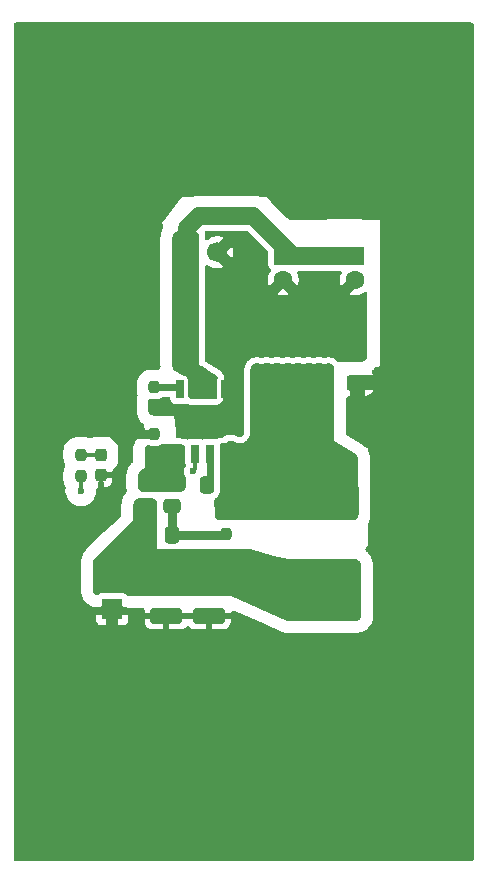
<source format=gtl>
%TF.GenerationSoftware,KiCad,Pcbnew,9.0.6*%
%TF.CreationDate,2025-11-23T20:43:56-05:00*%
%TF.ProjectId,5013-5v,35303133-2d35-4762-9e6b-696361645f70,rev?*%
%TF.SameCoordinates,Original*%
%TF.FileFunction,Copper,L1,Top*%
%TF.FilePolarity,Positive*%
%FSLAX46Y46*%
G04 Gerber Fmt 4.6, Leading zero omitted, Abs format (unit mm)*
G04 Created by KiCad (PCBNEW 9.0.6) date 2025-11-23 20:43:56*
%MOMM*%
%LPD*%
G01*
G04 APERTURE LIST*
G04 Aperture macros list*
%AMRoundRect*
0 Rectangle with rounded corners*
0 $1 Rounding radius*
0 $2 $3 $4 $5 $6 $7 $8 $9 X,Y pos of 4 corners*
0 Add a 4 corners polygon primitive as box body*
4,1,4,$2,$3,$4,$5,$6,$7,$8,$9,$2,$3,0*
0 Add four circle primitives for the rounded corners*
1,1,$1+$1,$2,$3*
1,1,$1+$1,$4,$5*
1,1,$1+$1,$6,$7*
1,1,$1+$1,$8,$9*
0 Add four rect primitives between the rounded corners*
20,1,$1+$1,$2,$3,$4,$5,0*
20,1,$1+$1,$4,$5,$6,$7,0*
20,1,$1+$1,$6,$7,$8,$9,0*
20,1,$1+$1,$8,$9,$2,$3,0*%
G04 Aperture macros list end*
%TA.AperFunction,SMDPad,CuDef*%
%ADD10R,0.650000X1.525000*%
%TD*%
%TA.AperFunction,SMDPad,CuDef*%
%ADD11R,3.400000X2.710000*%
%TD*%
%TA.AperFunction,SMDPad,CuDef*%
%ADD12RoundRect,0.237500X-0.237500X0.250000X-0.237500X-0.250000X0.237500X-0.250000X0.237500X0.250000X0*%
%TD*%
%TA.AperFunction,SMDPad,CuDef*%
%ADD13RoundRect,0.250000X-1.100000X0.412500X-1.100000X-0.412500X1.100000X-0.412500X1.100000X0.412500X0*%
%TD*%
%TA.AperFunction,SMDPad,CuDef*%
%ADD14RoundRect,0.237500X0.237500X-0.287500X0.237500X0.287500X-0.237500X0.287500X-0.237500X-0.287500X0*%
%TD*%
%TA.AperFunction,ComponentPad*%
%ADD15RoundRect,0.250000X-0.550000X0.550000X-0.550000X-0.550000X0.550000X-0.550000X0.550000X0.550000X0*%
%TD*%
%TA.AperFunction,ComponentPad*%
%ADD16C,1.600000*%
%TD*%
%TA.AperFunction,ComponentPad*%
%ADD17R,1.700000X1.700000*%
%TD*%
%TA.AperFunction,ComponentPad*%
%ADD18C,1.700000*%
%TD*%
%TA.AperFunction,SMDPad,CuDef*%
%ADD19R,5.970000X6.100000*%
%TD*%
%TA.AperFunction,SMDPad,CuDef*%
%ADD20R,1.400000X1.900000*%
%TD*%
%TA.AperFunction,SMDPad,CuDef*%
%ADD21RoundRect,0.250000X-0.412500X-1.100000X0.412500X-1.100000X0.412500X1.100000X-0.412500X1.100000X0*%
%TD*%
%TA.AperFunction,SMDPad,CuDef*%
%ADD22RoundRect,0.250000X0.625000X-0.400000X0.625000X0.400000X-0.625000X0.400000X-0.625000X-0.400000X0*%
%TD*%
%TA.AperFunction,SMDPad,CuDef*%
%ADD23RoundRect,0.237500X0.237500X-0.250000X0.237500X0.250000X-0.237500X0.250000X-0.237500X-0.250000X0*%
%TD*%
%TA.AperFunction,SMDPad,CuDef*%
%ADD24RoundRect,0.250000X0.337500X0.475000X-0.337500X0.475000X-0.337500X-0.475000X0.337500X-0.475000X0*%
%TD*%
%TA.AperFunction,SMDPad,CuDef*%
%ADD25R,5.100000X3.650000*%
%TD*%
%TA.AperFunction,SMDPad,CuDef*%
%ADD26RoundRect,0.250000X0.475000X-0.337500X0.475000X0.337500X-0.475000X0.337500X-0.475000X-0.337500X0*%
%TD*%
%TA.AperFunction,ViaPad*%
%ADD27C,0.600000*%
%TD*%
%TA.AperFunction,Conductor*%
%ADD28C,0.750000*%
%TD*%
%TA.AperFunction,Conductor*%
%ADD29C,0.600000*%
%TD*%
%TA.AperFunction,Conductor*%
%ADD30C,1.500000*%
%TD*%
%TA.AperFunction,Conductor*%
%ADD31C,0.325000*%
%TD*%
G04 APERTURE END LIST*
D10*
%TO.P,IC1,1,GND*%
%TO.N,GND1*%
X132424000Y-93375500D03*
%TO.P,IC1,2,VIN*%
%TO.N,/Vin*%
X131154000Y-93375500D03*
%TO.P,IC1,3,EN/UVLO*%
X129884000Y-93375500D03*
%TO.P,IC1,4,RON*%
%TO.N,Net-(IC1-RON)*%
X128614000Y-93375500D03*
%TO.P,IC1,5,FB*%
%TO.N,/fb*%
X128614000Y-98799500D03*
%TO.P,IC1,6,PGOOD*%
%TO.N,Net-(IC1-PGOOD)*%
X129884000Y-98799500D03*
%TO.P,IC1,7,BST*%
%TO.N,Net-(IC1-BST)*%
X131154000Y-98799500D03*
%TO.P,IC1,8,SW*%
%TO.N,/sw*%
X132424000Y-98799500D03*
D11*
%TO.P,IC1,9,EP*%
%TO.N,GND1*%
X130519000Y-96087500D03*
%TD*%
D12*
%TO.P,Ron,1*%
%TO.N,Net-(IC1-RON)*%
X126423000Y-93175000D03*
%TO.P,Ron,2*%
%TO.N,GND1*%
X126423000Y-95000000D03*
%TD*%
D13*
%TO.P,Cout,1*%
%TO.N,/Vout*%
X131065000Y-109405000D03*
%TO.P,Cout,2*%
%TO.N,GND*%
X131065000Y-112530000D03*
%TD*%
D12*
%TO.P,Rr,1*%
%TO.N,/sw*%
X132519000Y-103775000D03*
%TO.P,Rr,2*%
%TO.N,Net-(Cac1-Pad1)*%
X132519000Y-105600000D03*
%TD*%
D14*
%TO.P,pgood,1,K*%
%TO.N,GND*%
X121901800Y-100637500D03*
%TO.P,pgood,2,A*%
%TO.N,Net-(pgood1-A)*%
X121901800Y-98887500D03*
%TD*%
D15*
%TO.P,C9,1*%
%TO.N,/Vin*%
X143441000Y-82110388D03*
D16*
%TO.P,C9,2*%
%TO.N,GND1*%
X143441000Y-84110388D03*
%TD*%
D17*
%TO.P,Vin,1,Pin_1*%
%TO.N,/Vin*%
X129212000Y-81757500D03*
D18*
%TO.P,Vin,2,Pin_2*%
%TO.N,GND1*%
X131752000Y-81757500D03*
%TD*%
D17*
%TO.P,Vout,1,Pin_1*%
%TO.N,GND*%
X122867000Y-111983500D03*
D18*
%TO.P,Vout,2,Pin_2*%
%TO.N,/Vout*%
X122867000Y-109443500D03*
%TD*%
D19*
%TO.P,D1,1,K*%
%TO.N,/sw*%
X138119000Y-94495500D03*
D20*
%TO.P,D1,2,A*%
%TO.N,GND1*%
X140409000Y-88630500D03*
X135829000Y-88630500D03*
%TD*%
D21*
%TO.P,Cin,1*%
%TO.N,/Vin*%
X129432500Y-90139500D03*
%TO.P,Cin,2*%
%TO.N,GND1*%
X132557500Y-90139500D03*
%TD*%
D22*
%TO.P,R6,1*%
%TO.N,GND*%
X143600000Y-92800000D03*
%TO.P,R6,2*%
%TO.N,GND1*%
X143600000Y-89700000D03*
%TD*%
D13*
%TO.P,Cout,1*%
%TO.N,/Vout*%
X127439000Y-109405000D03*
%TO.P,Cout,2*%
%TO.N,GND*%
X127439000Y-112530000D03*
%TD*%
D23*
%TO.P,Rfbb,1*%
%TO.N,/fb*%
X126423000Y-98964000D03*
%TO.P,Rfbb,2*%
%TO.N,GND*%
X126423000Y-97139000D03*
%TD*%
D21*
%TO.P,Cin,1*%
%TO.N,/Vin*%
X129432500Y-86202500D03*
%TO.P,Cin,2*%
%TO.N,GND1*%
X132557500Y-86202500D03*
%TD*%
D24*
%TO.P,Cr,1*%
%TO.N,Net-(Cac1-Pad1)*%
X127947000Y-105671500D03*
%TO.P,Cr,2*%
%TO.N,/Vout*%
X125872000Y-105671500D03*
%TD*%
D23*
%TO.P,Rfbt,1*%
%TO.N,/Vout*%
X125661000Y-103178500D03*
%TO.P,Rfbt,2*%
%TO.N,/fb*%
X125661000Y-101353500D03*
%TD*%
D24*
%TO.P,cbst,1*%
%TO.N,/sw*%
X132946900Y-101467900D03*
%TO.P,cbst,2*%
%TO.N,Net-(IC1-BST)*%
X130871900Y-101467900D03*
%TD*%
D25*
%TO.P,L1,1,1*%
%TO.N,/sw*%
X140494600Y-101037500D03*
%TO.P,L1,2,2*%
%TO.N,/Vout*%
X140494600Y-110737500D03*
%TD*%
D12*
%TO.P,R5,1*%
%TO.N,Net-(pgood1-A)*%
X120200000Y-98887500D03*
%TO.P,R5,2*%
%TO.N,Net-(IC1-PGOOD)*%
X120200000Y-100712500D03*
%TD*%
D26*
%TO.P,cac,1*%
%TO.N,Net-(Cac1-Pad1)*%
X127947000Y-103280000D03*
%TO.P,cac,2*%
%TO.N,/fb*%
X127947000Y-101205000D03*
%TD*%
D15*
%TO.P,C8,1*%
%TO.N,/Vin*%
X137345000Y-82110387D03*
D16*
%TO.P,C8,2*%
%TO.N,GND1*%
X137345000Y-84110387D03*
%TD*%
D27*
%TO.N,GND*%
X126211000Y-85687500D03*
X126211000Y-89687500D03*
X124011000Y-94811500D03*
X133211000Y-76287500D03*
X124011000Y-93287500D03*
X144011000Y-78087500D03*
X126211000Y-79687500D03*
X126211000Y-80687500D03*
X143411000Y-115487500D03*
X126811000Y-115487500D03*
X143838000Y-94200000D03*
X143100000Y-95762000D03*
X139011000Y-78087500D03*
X126211000Y-78687500D03*
X147811000Y-112487500D03*
X124011000Y-95725500D03*
X133811000Y-115487500D03*
X130211000Y-76287500D03*
X140411000Y-115487500D03*
X123811000Y-115487500D03*
X132811000Y-115487500D03*
X147811000Y-107487500D03*
X126211000Y-84687500D03*
X147811000Y-105487500D03*
X132211000Y-76287500D03*
X126211000Y-90687500D03*
X126211000Y-82687500D03*
X131811000Y-115487500D03*
X147811000Y-111487500D03*
X124011000Y-94049500D03*
X126211000Y-77687500D03*
X147811000Y-108487500D03*
X145200000Y-92762000D03*
X128811000Y-115487500D03*
X124011000Y-96487500D03*
X126211000Y-88687500D03*
X142011000Y-78087500D03*
X147811000Y-100487500D03*
X143100000Y-95000000D03*
X141011000Y-78087500D03*
X131211000Y-76287500D03*
X125811000Y-115487500D03*
X129811000Y-115487500D03*
X134211000Y-76287500D03*
X147811000Y-109487500D03*
X147811000Y-102487500D03*
X138411000Y-115487500D03*
X143076000Y-94200000D03*
X147811000Y-110487500D03*
X145200000Y-92000000D03*
X135211000Y-76287500D03*
X129211000Y-76287500D03*
X127811000Y-115487500D03*
X144600000Y-94200000D03*
X121811000Y-115487500D03*
X142411000Y-115487500D03*
X124011000Y-97249500D03*
X122811000Y-115487500D03*
X126211000Y-86687500D03*
X143100000Y-96524000D03*
X137411000Y-115487500D03*
X126211000Y-87687500D03*
X141411000Y-115487500D03*
X139411000Y-115487500D03*
X126211000Y-81687500D03*
X143011000Y-78087500D03*
X147811000Y-106487500D03*
X147811000Y-104487500D03*
X147811000Y-103487500D03*
X147811000Y-101487500D03*
X140011000Y-78087500D03*
X124811000Y-115487500D03*
X130811000Y-115487500D03*
X147811000Y-99487500D03*
X120811000Y-115487500D03*
X138011000Y-78087500D03*
X145200000Y-93524000D03*
X126211000Y-83687500D03*
%TO.N,Net-(IC1-PGOOD)*%
X129725000Y-100299500D03*
X120200000Y-101935500D03*
%TO.N,GND1*%
X131190000Y-89300000D03*
X134050000Y-82530000D03*
X133662000Y-92552500D03*
X129211000Y-96849500D03*
X134200000Y-89740000D03*
X134200000Y-90375000D03*
X141712000Y-86202500D03*
X132200000Y-84043500D03*
X127460000Y-94380000D03*
X139765000Y-83780000D03*
X131190000Y-90100000D03*
X142000000Y-88470000D03*
X136378000Y-86202500D03*
X134200000Y-89105000D03*
X142000000Y-87835000D03*
X134050000Y-80906000D03*
X131190000Y-86176000D03*
X142000000Y-89105000D03*
X129211000Y-95198500D03*
X131376000Y-84043500D03*
X139025000Y-90405500D03*
X134600000Y-86202500D03*
X142000000Y-90375000D03*
X131190000Y-90870000D03*
X140400000Y-83780000D03*
X139934000Y-86202500D03*
X139045000Y-86202500D03*
X143435000Y-88400000D03*
X129211000Y-96087500D03*
X132900000Y-94838500D03*
X134200000Y-87200000D03*
X133662000Y-97124500D03*
X133662000Y-93568500D03*
X131190000Y-85376000D03*
X142000000Y-89740000D03*
X134050000Y-81706000D03*
X132900000Y-96616500D03*
X133662000Y-96235500D03*
X140823000Y-86202500D03*
X135489000Y-86202500D03*
X127460000Y-95050000D03*
X138156000Y-86202500D03*
X139914000Y-90405500D03*
X131811000Y-96849500D03*
X141035000Y-83780000D03*
X140803000Y-90405500D03*
X134200000Y-87835000D03*
X132900000Y-95727500D03*
X136358000Y-90405500D03*
X138136000Y-90405500D03*
X135469000Y-90405500D03*
X137267000Y-86202500D03*
X142800000Y-88400000D03*
X131190000Y-87000000D03*
X133662000Y-95346500D03*
X142000000Y-87200000D03*
X133000000Y-84043500D03*
X131811000Y-95198500D03*
X133662000Y-94457500D03*
X134200000Y-88470000D03*
X144070000Y-88400000D03*
X137247000Y-90405500D03*
X131811000Y-96087500D03*
%TD*%
D28*
%TO.N,Net-(Cac1-Pad1)*%
X132447500Y-105671500D02*
X132519000Y-105600000D01*
X127947000Y-103280000D02*
X127947000Y-105671500D01*
X127947000Y-105671500D02*
X132447500Y-105671500D01*
D29*
%TO.N,Net-(IC1-BST)*%
X131154000Y-98799500D02*
X131154000Y-101185800D01*
X131154000Y-101185800D02*
X130871900Y-101467900D01*
D30*
%TO.N,/Vin*%
X134805000Y-78709500D02*
X130233000Y-78709500D01*
X129212000Y-79730500D02*
X130233000Y-78709500D01*
X136710000Y-80614500D02*
X134805000Y-78709500D01*
X138107000Y-82011500D02*
X138107000Y-82110387D01*
X136710000Y-80614500D02*
X138107000Y-82011500D01*
X143441000Y-82110388D02*
X138107000Y-82110387D01*
X138107000Y-82110387D02*
X137345000Y-82110387D01*
X137345000Y-81249500D02*
X137345000Y-81348387D01*
X137345000Y-81249500D02*
X136710000Y-80614500D01*
X129212000Y-81757500D02*
X129212000Y-79730500D01*
X137345000Y-82110387D02*
X137345000Y-81249500D01*
X137345000Y-81348387D02*
X138107000Y-82110387D01*
D29*
%TO.N,Net-(IC1-RON)*%
X128413500Y-93175000D02*
X128614000Y-93375500D01*
X126423000Y-93175000D02*
X128413500Y-93175000D01*
D28*
%TO.N,GND*%
X126423000Y-97139000D02*
X124662500Y-97139000D01*
X124662500Y-97139000D02*
X124011000Y-96487500D01*
D31*
%TO.N,Net-(IC1-PGOOD)*%
X129884000Y-98799500D02*
X129884000Y-100140500D01*
X129884000Y-100140500D02*
X129725000Y-100299500D01*
X120200000Y-100712500D02*
X120200000Y-101935500D01*
%TO.N,Net-(pgood1-A)*%
X120200000Y-98887500D02*
X121901800Y-98887500D01*
%TD*%
%TA.AperFunction,Conductor*%
%TO.N,/fb*%
G36*
X128623459Y-98014561D02*
G01*
X128728623Y-98028406D01*
X128759891Y-98036784D01*
X128850318Y-98074240D01*
X128878352Y-98090425D01*
X128956002Y-98150009D01*
X128978886Y-98172892D01*
X129032876Y-98243252D01*
X129058070Y-98308418D01*
X129058500Y-98318737D01*
X129058500Y-99609870D01*
X129058501Y-99609876D01*
X129064909Y-99669484D01*
X129085111Y-99723650D01*
X129090095Y-99793341D01*
X129072032Y-99835872D01*
X129015608Y-99920316D01*
X129015602Y-99920327D01*
X128955264Y-100065998D01*
X128955261Y-100066010D01*
X128924500Y-100220653D01*
X128924500Y-100378346D01*
X128955261Y-100532989D01*
X128955264Y-100533001D01*
X129015602Y-100678672D01*
X129015609Y-100678685D01*
X129094502Y-100796755D01*
X129115380Y-100863432D01*
X129115400Y-100865646D01*
X129115400Y-101523041D01*
X129114351Y-101539136D01*
X129100660Y-101643722D01*
X129092376Y-101674824D01*
X129055330Y-101764828D01*
X129039317Y-101792753D01*
X128980353Y-101870187D01*
X128957694Y-101893048D01*
X128880784Y-101952699D01*
X128853007Y-101968956D01*
X128819979Y-101982896D01*
X128763334Y-102006802D01*
X128732305Y-102015362D01*
X128627846Y-102029980D01*
X128611763Y-102031172D01*
X128335234Y-102033629D01*
X128331992Y-102033658D01*
X125564015Y-102058246D01*
X125547730Y-102057318D01*
X125441865Y-102044256D01*
X125410360Y-102036064D01*
X125319176Y-101999004D01*
X125290891Y-101982896D01*
X125251110Y-101952698D01*
X125212496Y-101923385D01*
X125189377Y-101900471D01*
X125129170Y-101822606D01*
X125112814Y-101794469D01*
X125074942Y-101703611D01*
X125066473Y-101672183D01*
X125052473Y-101566441D01*
X125051400Y-101550166D01*
X125051400Y-100697999D01*
X125052747Y-100679775D01*
X125053776Y-100672844D01*
X125070294Y-100561681D01*
X125080888Y-100526815D01*
X125128056Y-100427281D01*
X125148326Y-100397011D01*
X125228629Y-100308630D01*
X125241863Y-100296066D01*
X125426819Y-100144739D01*
X125610200Y-99994700D01*
X125610200Y-98521625D01*
X125611261Y-98505440D01*
X125625106Y-98400276D01*
X125633484Y-98369008D01*
X125670940Y-98278581D01*
X125687123Y-98250550D01*
X125746713Y-98172892D01*
X125769588Y-98150016D01*
X125827937Y-98105243D01*
X125893102Y-98080051D01*
X125942422Y-98085914D01*
X126035247Y-98116674D01*
X126136323Y-98127000D01*
X126709676Y-98126999D01*
X126709684Y-98126998D01*
X126709687Y-98126998D01*
X126765030Y-98121344D01*
X126810753Y-98116674D01*
X126974516Y-98062408D01*
X127023877Y-98031962D01*
X127088974Y-98013500D01*
X128607274Y-98013500D01*
X128623459Y-98014561D01*
G37*
%TD.AperFunction*%
%TD*%
%TA.AperFunction,Conductor*%
%TO.N,/sw*%
G36*
X135210636Y-91164937D02*
G01*
X135235503Y-91175237D01*
X135235510Y-91175238D01*
X135235511Y-91175239D01*
X135390153Y-91205999D01*
X135390156Y-91206000D01*
X135390158Y-91206000D01*
X135547844Y-91206000D01*
X135547845Y-91205999D01*
X135624152Y-91190820D01*
X135702488Y-91175239D01*
X135702488Y-91175238D01*
X135702497Y-91175237D01*
X135727363Y-91164937D01*
X135774811Y-91155500D01*
X136052189Y-91155500D01*
X136099636Y-91164937D01*
X136124503Y-91175237D01*
X136124510Y-91175238D01*
X136124511Y-91175239D01*
X136279153Y-91205999D01*
X136279156Y-91206000D01*
X136279158Y-91206000D01*
X136436844Y-91206000D01*
X136436845Y-91205999D01*
X136513152Y-91190820D01*
X136591488Y-91175239D01*
X136591488Y-91175238D01*
X136591497Y-91175237D01*
X136616363Y-91164937D01*
X136663811Y-91155500D01*
X136941189Y-91155500D01*
X136988636Y-91164937D01*
X137013503Y-91175237D01*
X137013510Y-91175238D01*
X137013511Y-91175239D01*
X137168153Y-91205999D01*
X137168156Y-91206000D01*
X137168158Y-91206000D01*
X137325844Y-91206000D01*
X137325845Y-91205999D01*
X137402152Y-91190820D01*
X137480488Y-91175239D01*
X137480488Y-91175238D01*
X137480497Y-91175237D01*
X137505363Y-91164937D01*
X137552811Y-91155500D01*
X137830189Y-91155500D01*
X137877636Y-91164937D01*
X137902503Y-91175237D01*
X137902510Y-91175238D01*
X137902511Y-91175239D01*
X138057153Y-91205999D01*
X138057156Y-91206000D01*
X138057158Y-91206000D01*
X138214844Y-91206000D01*
X138214845Y-91205999D01*
X138291152Y-91190820D01*
X138369488Y-91175239D01*
X138369488Y-91175238D01*
X138369497Y-91175237D01*
X138394363Y-91164937D01*
X138441811Y-91155500D01*
X138719189Y-91155500D01*
X138766636Y-91164937D01*
X138791503Y-91175237D01*
X138791510Y-91175238D01*
X138791511Y-91175239D01*
X138946153Y-91205999D01*
X138946156Y-91206000D01*
X138946158Y-91206000D01*
X139103844Y-91206000D01*
X139103845Y-91205999D01*
X139180152Y-91190820D01*
X139258488Y-91175239D01*
X139258488Y-91175238D01*
X139258497Y-91175237D01*
X139283363Y-91164937D01*
X139330811Y-91155500D01*
X139608189Y-91155500D01*
X139655636Y-91164937D01*
X139680503Y-91175237D01*
X139680510Y-91175238D01*
X139680511Y-91175239D01*
X139835153Y-91205999D01*
X139835156Y-91206000D01*
X139835158Y-91206000D01*
X139992844Y-91206000D01*
X139992845Y-91205999D01*
X140069152Y-91190820D01*
X140147488Y-91175239D01*
X140147488Y-91175238D01*
X140147497Y-91175237D01*
X140172363Y-91164937D01*
X140219811Y-91155500D01*
X140497189Y-91155500D01*
X140544636Y-91164937D01*
X140569503Y-91175237D01*
X140569510Y-91175238D01*
X140569511Y-91175239D01*
X140724153Y-91205999D01*
X140724156Y-91206000D01*
X140724158Y-91206000D01*
X140881844Y-91206000D01*
X140881845Y-91205999D01*
X140958152Y-91190820D01*
X141036488Y-91175239D01*
X141036488Y-91175238D01*
X141036497Y-91175237D01*
X141061363Y-91164937D01*
X141069537Y-91163311D01*
X141073876Y-91160523D01*
X141108811Y-91155500D01*
X141154874Y-91155500D01*
X141171059Y-91156561D01*
X141276223Y-91170406D01*
X141307491Y-91178784D01*
X141397918Y-91216240D01*
X141425952Y-91232425D01*
X141503602Y-91292009D01*
X141526491Y-91314898D01*
X141586074Y-91392548D01*
X141602259Y-91420581D01*
X141639715Y-91511008D01*
X141648093Y-91542275D01*
X141661939Y-91647439D01*
X141663000Y-91663625D01*
X141663000Y-97759500D01*
X143454392Y-98879119D01*
X143467076Y-98888206D01*
X143546240Y-98952836D01*
X143567722Y-98975435D01*
X143623585Y-99051411D01*
X143638751Y-99078655D01*
X143673893Y-99166160D01*
X143681783Y-99196328D01*
X143695005Y-99297662D01*
X143696046Y-99313248D01*
X143713118Y-103941510D01*
X143712112Y-103957736D01*
X143698592Y-104063190D01*
X143690291Y-104094557D01*
X143652997Y-104185301D01*
X143636843Y-104213439D01*
X143577291Y-104291396D01*
X143554390Y-104314382D01*
X143476649Y-104374224D01*
X143448570Y-104390481D01*
X143357971Y-104428106D01*
X143326637Y-104436523D01*
X143239373Y-104448039D01*
X143221228Y-104450434D01*
X143205007Y-104451500D01*
X132028702Y-104451500D01*
X132012566Y-104450446D01*
X131907710Y-104436684D01*
X131876531Y-104428356D01*
X131786335Y-104391123D01*
X131758361Y-104375032D01*
X131680827Y-104315785D01*
X131657952Y-104293020D01*
X131598332Y-104215771D01*
X131582107Y-104187875D01*
X131544439Y-104097857D01*
X131535962Y-104066720D01*
X131521694Y-103961927D01*
X131520564Y-103945827D01*
X131514593Y-102706237D01*
X131533954Y-102639108D01*
X131573494Y-102600105D01*
X131678056Y-102535612D01*
X131802112Y-102411556D01*
X131894214Y-102262234D01*
X131949399Y-102095697D01*
X131959900Y-101992909D01*
X131959899Y-100942892D01*
X131955142Y-100896322D01*
X131954500Y-100883721D01*
X131954500Y-99741700D01*
X131962318Y-99698366D01*
X131973091Y-99669483D01*
X131979500Y-99609873D01*
X131979499Y-98066998D01*
X131999184Y-97999960D01*
X132051987Y-97954205D01*
X132103499Y-97942999D01*
X132266871Y-97942999D01*
X132266872Y-97942999D01*
X132326483Y-97936591D01*
X132461331Y-97886296D01*
X132576546Y-97800046D01*
X132576548Y-97800042D01*
X132580778Y-97795815D01*
X132642103Y-97762333D01*
X132668455Y-97759500D01*
X133133868Y-97759500D01*
X133200907Y-97779185D01*
X133202694Y-97780355D01*
X133282821Y-97833894D01*
X133282823Y-97833895D01*
X133282827Y-97833897D01*
X133409334Y-97886297D01*
X133428503Y-97894237D01*
X133583153Y-97924999D01*
X133583156Y-97925000D01*
X133583158Y-97925000D01*
X133740844Y-97925000D01*
X133740845Y-97924999D01*
X133895497Y-97894237D01*
X134041179Y-97833894D01*
X134172289Y-97746289D01*
X134283789Y-97634789D01*
X134371394Y-97503679D01*
X134413273Y-97402572D01*
X134440145Y-97362354D01*
X134551000Y-97251500D01*
X134551000Y-91663625D01*
X134552061Y-91647440D01*
X134565906Y-91542276D01*
X134565906Y-91542275D01*
X134574284Y-91511008D01*
X134611740Y-91420581D01*
X134627923Y-91392550D01*
X134687513Y-91314892D01*
X134710392Y-91292013D01*
X134788050Y-91232423D01*
X134816079Y-91216240D01*
X134906509Y-91178783D01*
X134937775Y-91170406D01*
X135042941Y-91156561D01*
X135059126Y-91155500D01*
X135163189Y-91155500D01*
X135210636Y-91164937D01*
G37*
%TD.AperFunction*%
%TD*%
%TA.AperFunction,Conductor*%
%TO.N,/Vout*%
G36*
X126185059Y-102586561D02*
G01*
X126290223Y-102600406D01*
X126321491Y-102608784D01*
X126411918Y-102646240D01*
X126439952Y-102662425D01*
X126517602Y-102722009D01*
X126540491Y-102744898D01*
X126600074Y-102822548D01*
X126616259Y-102850581D01*
X126653715Y-102941008D01*
X126662093Y-102972275D01*
X126675939Y-103077439D01*
X126677000Y-103093625D01*
X126677000Y-106903500D01*
X134358743Y-106903500D01*
X134366321Y-106903732D01*
X134375797Y-106904312D01*
X134415968Y-106906772D01*
X134430993Y-106908618D01*
X134479922Y-106917697D01*
X134487306Y-106919303D01*
X136551380Y-107434565D01*
X137832995Y-107754499D01*
X137832996Y-107754499D01*
X137833000Y-107754500D01*
X137894873Y-107754398D01*
X137894881Y-107754399D01*
X142042088Y-107747597D01*
X143423980Y-107745331D01*
X143440135Y-107746362D01*
X143545182Y-107759997D01*
X143576419Y-107768300D01*
X143666807Y-107805509D01*
X143694838Y-107821605D01*
X143772536Y-107880912D01*
X143795455Y-107903706D01*
X143855183Y-107981076D01*
X143871433Y-108009022D01*
X143909131Y-108099198D01*
X143917606Y-108130395D01*
X143931813Y-108235372D01*
X143932932Y-108251529D01*
X143949057Y-112480260D01*
X143948055Y-112496472D01*
X143934573Y-112601834D01*
X143926291Y-112633173D01*
X143889079Y-112723847D01*
X143872958Y-112751971D01*
X143813518Y-112829900D01*
X143790659Y-112852883D01*
X143713048Y-112912748D01*
X143685013Y-112929021D01*
X143594547Y-112966722D01*
X143563252Y-112975174D01*
X143457965Y-112989227D01*
X143441759Y-112990317D01*
X137839714Y-112999316D01*
X137826648Y-112998647D01*
X137741427Y-112989756D01*
X137715866Y-112984320D01*
X137634406Y-112957768D01*
X137622197Y-112953062D01*
X132900005Y-110840501D01*
X132900000Y-110840500D01*
X132793255Y-110840500D01*
X124184934Y-110840500D01*
X124117895Y-110820815D01*
X124085667Y-110790810D01*
X124074545Y-110775953D01*
X124074544Y-110775952D01*
X123959335Y-110689706D01*
X123959328Y-110689702D01*
X123824482Y-110639408D01*
X123824483Y-110639408D01*
X123764883Y-110633001D01*
X123764881Y-110633000D01*
X123764873Y-110633000D01*
X123764864Y-110633000D01*
X121969129Y-110633000D01*
X121969123Y-110633001D01*
X121909516Y-110639408D01*
X121774671Y-110689702D01*
X121774664Y-110689706D01*
X121652355Y-110781268D01*
X121650712Y-110779073D01*
X121645548Y-110781892D01*
X121630927Y-110795505D01*
X121615511Y-110798286D01*
X121601759Y-110805792D01*
X121581829Y-110804362D01*
X121562168Y-110807910D01*
X121535153Y-110801015D01*
X121532068Y-110800794D01*
X121527970Y-110799182D01*
X121481080Y-110779759D01*
X121453048Y-110763574D01*
X121375398Y-110703991D01*
X121352508Y-110681101D01*
X121292925Y-110603451D01*
X121276740Y-110575418D01*
X121239284Y-110484991D01*
X121230906Y-110453723D01*
X121217061Y-110348559D01*
X121216000Y-110332374D01*
X121216000Y-108013478D01*
X121217112Y-107996907D01*
X121231625Y-107889281D01*
X121240403Y-107857323D01*
X121279622Y-107765113D01*
X121296548Y-107736628D01*
X121364017Y-107651505D01*
X121375170Y-107639225D01*
X122135313Y-106907236D01*
X122139193Y-106903500D01*
X124645000Y-104490500D01*
X124645000Y-103093625D01*
X124646061Y-103077440D01*
X124659906Y-102972276D01*
X124659906Y-102972275D01*
X124668284Y-102941008D01*
X124705740Y-102850581D01*
X124721923Y-102822550D01*
X124781513Y-102744892D01*
X124804392Y-102722013D01*
X124882050Y-102662423D01*
X124910079Y-102646240D01*
X125000509Y-102608783D01*
X125031775Y-102600406D01*
X125136941Y-102586561D01*
X125153126Y-102585500D01*
X126168874Y-102585500D01*
X126185059Y-102586561D01*
G37*
%TD.AperFunction*%
%TD*%
%TA.AperFunction,Conductor*%
%TO.N,/Vin*%
G36*
X129741059Y-79980561D02*
G01*
X129846223Y-79994406D01*
X129877491Y-80002784D01*
X129967918Y-80040240D01*
X129995952Y-80056425D01*
X130073602Y-80116009D01*
X130096491Y-80138898D01*
X130156074Y-80216548D01*
X130172259Y-80244581D01*
X130209715Y-80335008D01*
X130218093Y-80366275D01*
X130231939Y-80471439D01*
X130233000Y-80487625D01*
X130233000Y-83260803D01*
X130232976Y-83263224D01*
X130232667Y-83279045D01*
X130232479Y-83283879D01*
X130231548Y-83299765D01*
X130231383Y-83302173D01*
X130214406Y-83519364D01*
X130204000Y-83652500D01*
X130204000Y-91272500D01*
X130435045Y-91419924D01*
X130435049Y-91419927D01*
X130935785Y-91739433D01*
X131045048Y-91809151D01*
X131757248Y-92263587D01*
X131803174Y-92316242D01*
X131813343Y-92385368D01*
X131801949Y-92422580D01*
X131758426Y-92511608D01*
X131748500Y-92579739D01*
X131748500Y-94058836D01*
X131742867Y-94078018D01*
X131742153Y-94098000D01*
X131733224Y-94110858D01*
X131728815Y-94125875D01*
X131713707Y-94138966D01*
X131702302Y-94155391D01*
X131678358Y-94169595D01*
X131676011Y-94171630D01*
X131671948Y-94173399D01*
X131655486Y-94180217D01*
X131624224Y-94188593D01*
X131530398Y-94200946D01*
X131519058Y-94202439D01*
X131502874Y-94203500D01*
X129725126Y-94203500D01*
X129708941Y-94202439D01*
X129695917Y-94200724D01*
X129603775Y-94188593D01*
X129572508Y-94180215D01*
X129482081Y-94142759D01*
X129454047Y-94126574D01*
X129433566Y-94110858D01*
X129376397Y-94066990D01*
X129353511Y-94044103D01*
X129315124Y-93994076D01*
X129289930Y-93928907D01*
X129289500Y-93918590D01*
X129289500Y-92579739D01*
X129284536Y-92545673D01*
X129279573Y-92511607D01*
X129228198Y-92406517D01*
X129228196Y-92406515D01*
X129228196Y-92406514D01*
X129145485Y-92323803D01*
X129040391Y-92272426D01*
X128972254Y-92262499D01*
X128971097Y-92262415D01*
X128970601Y-92262258D01*
X128967820Y-92261853D01*
X128967886Y-92261398D01*
X128916285Y-92245070D01*
X128196607Y-91813263D01*
X128183478Y-91804188D01*
X128101611Y-91739433D01*
X128079373Y-91716627D01*
X128021541Y-91639596D01*
X128005847Y-91611877D01*
X127969549Y-91522658D01*
X127961434Y-91491855D01*
X127948027Y-91388333D01*
X127947000Y-91372407D01*
X127947000Y-80487625D01*
X127948061Y-80471440D01*
X127961906Y-80366276D01*
X127961906Y-80366275D01*
X127970284Y-80335008D01*
X128007740Y-80244581D01*
X128023923Y-80216550D01*
X128083513Y-80138892D01*
X128106392Y-80116013D01*
X128184050Y-80056423D01*
X128212079Y-80040240D01*
X128302509Y-80002783D01*
X128333775Y-79994406D01*
X128438941Y-79980561D01*
X128455126Y-79979500D01*
X129724874Y-79979500D01*
X129741059Y-79980561D01*
G37*
%TD.AperFunction*%
%TD*%
%TA.AperFunction,Conductor*%
%TO.N,GND*%
G36*
X153345788Y-62319454D02*
G01*
X153426570Y-62373430D01*
X153480546Y-62454212D01*
X153499500Y-62549500D01*
X153499500Y-133050500D01*
X153480546Y-133145788D01*
X153426570Y-133226570D01*
X153345788Y-133280546D01*
X153250500Y-133299500D01*
X114749500Y-133299500D01*
X114654212Y-133280546D01*
X114573430Y-133226570D01*
X114519454Y-133145788D01*
X114500500Y-133050500D01*
X114500500Y-112483501D01*
X121517000Y-112483501D01*
X121517000Y-112881332D01*
X121523401Y-112940871D01*
X121523403Y-112940878D01*
X121573646Y-113075587D01*
X121659810Y-113190687D01*
X121659812Y-113190689D01*
X121774912Y-113276853D01*
X121909621Y-113327096D01*
X121909628Y-113327098D01*
X121969167Y-113333499D01*
X121969175Y-113333500D01*
X122366999Y-113333500D01*
X122367000Y-113333499D01*
X122367000Y-112483501D01*
X123367000Y-112483501D01*
X123367000Y-113333499D01*
X123367001Y-113333500D01*
X123764825Y-113333500D01*
X123764832Y-113333499D01*
X123824371Y-113327098D01*
X123824378Y-113327096D01*
X123959087Y-113276853D01*
X124074187Y-113190689D01*
X124074189Y-113190687D01*
X124160353Y-113075587D01*
X124210596Y-112940878D01*
X124210598Y-112940871D01*
X124216999Y-112881332D01*
X124217000Y-112881325D01*
X124217000Y-112780001D01*
X125589001Y-112780001D01*
X125589001Y-112992484D01*
X125599494Y-113095199D01*
X125599495Y-113095202D01*
X125654640Y-113261619D01*
X125654641Y-113261621D01*
X125746681Y-113410841D01*
X125746684Y-113410845D01*
X125870654Y-113534815D01*
X125870658Y-113534818D01*
X126019878Y-113626858D01*
X126019879Y-113626859D01*
X126186298Y-113682004D01*
X126186305Y-113682005D01*
X126289023Y-113692499D01*
X127188998Y-113692499D01*
X127189000Y-113692498D01*
X127189000Y-112780001D01*
X127689000Y-112780001D01*
X127689000Y-113692498D01*
X127689001Y-113692499D01*
X128588968Y-113692499D01*
X128588984Y-113692498D01*
X128691699Y-113682005D01*
X128691702Y-113682004D01*
X128858119Y-113626859D01*
X128858121Y-113626858D01*
X129007341Y-113534818D01*
X129007345Y-113534815D01*
X129075930Y-113466231D01*
X129156712Y-113412255D01*
X129252000Y-113393301D01*
X129347288Y-113412255D01*
X129428070Y-113466231D01*
X129496654Y-113534815D01*
X129496658Y-113534818D01*
X129645878Y-113626858D01*
X129645879Y-113626859D01*
X129812298Y-113682004D01*
X129812305Y-113682005D01*
X129915023Y-113692499D01*
X130814998Y-113692499D01*
X130815000Y-113692498D01*
X130815000Y-112780001D01*
X131315000Y-112780001D01*
X131315000Y-113692498D01*
X131315001Y-113692499D01*
X132214968Y-113692499D01*
X132214984Y-113692498D01*
X132317699Y-113682005D01*
X132317702Y-113682004D01*
X132484119Y-113626859D01*
X132484121Y-113626858D01*
X132633341Y-113534818D01*
X132633345Y-113534815D01*
X132757315Y-113410845D01*
X132757318Y-113410841D01*
X132849358Y-113261621D01*
X132849359Y-113261620D01*
X132904504Y-113095201D01*
X132904505Y-113095194D01*
X132914999Y-112992481D01*
X132915000Y-112992471D01*
X132915000Y-112780001D01*
X132914999Y-112780000D01*
X131315001Y-112780000D01*
X131315000Y-112780001D01*
X130815000Y-112780001D01*
X130814999Y-112780000D01*
X127689001Y-112780000D01*
X127689000Y-112780001D01*
X127189000Y-112780001D01*
X127188999Y-112780000D01*
X125589002Y-112780000D01*
X125589001Y-112780001D01*
X124217000Y-112780001D01*
X124217000Y-112483501D01*
X124216999Y-112483500D01*
X123367001Y-112483500D01*
X123367000Y-112483501D01*
X122367000Y-112483501D01*
X122366999Y-112483500D01*
X121517001Y-112483500D01*
X121517000Y-112483501D01*
X114500500Y-112483501D01*
X114500500Y-108013466D01*
X120210500Y-108013466D01*
X120210500Y-110332359D01*
X120212654Y-110398149D01*
X120213716Y-110414351D01*
X120220160Y-110479785D01*
X120232716Y-110575154D01*
X120234008Y-110584966D01*
X120259666Y-110713959D01*
X120268044Y-110745227D01*
X120310323Y-110869778D01*
X120343394Y-110949619D01*
X120347783Y-110960215D01*
X120347786Y-110960221D01*
X120405950Y-111078165D01*
X120422140Y-111106208D01*
X120495198Y-111215546D01*
X120495205Y-111215555D01*
X120495209Y-111215561D01*
X120554792Y-111293211D01*
X120641512Y-111392097D01*
X120664402Y-111414987D01*
X120664410Y-111414994D01*
X120763289Y-111501708D01*
X120783968Y-111517575D01*
X120840938Y-111561290D01*
X120950281Y-111634353D01*
X120950290Y-111634358D01*
X120950296Y-111634362D01*
X120957463Y-111638500D01*
X120978313Y-111650538D01*
X121096283Y-111708716D01*
X121143173Y-111728139D01*
X121159897Y-111734892D01*
X121163995Y-111736504D01*
X121259804Y-111768731D01*
X121259810Y-111768732D01*
X121266145Y-111770341D01*
X121272321Y-111771666D01*
X121286492Y-111775282D01*
X121286492Y-111775283D01*
X121313507Y-111782178D01*
X121313529Y-111782183D01*
X121313559Y-111782191D01*
X121325258Y-111785033D01*
X121336042Y-111787653D01*
X121446021Y-111801527D01*
X121457683Y-111803281D01*
X121458907Y-111803494D01*
X121460221Y-111803724D01*
X121460968Y-111803777D01*
X121474338Y-111805099D01*
X121482504Y-111806129D01*
X121537891Y-111813117D01*
X121597776Y-111808484D01*
X121614149Y-111807759D01*
X121696392Y-111806829D01*
X121793961Y-111787497D01*
X121794019Y-111787814D01*
X121809435Y-111785033D01*
X121818099Y-111782715D01*
X121895962Y-111767288D01*
X121915500Y-111759066D01*
X121947714Y-111748037D01*
X121970364Y-111741979D01*
X122067045Y-111695789D01*
X122080572Y-111691026D01*
X122094339Y-111682749D01*
X122136055Y-111662819D01*
X122230205Y-111638849D01*
X122243385Y-111638500D01*
X122504894Y-111638500D01*
X122466901Y-111676493D01*
X122401075Y-111790507D01*
X122367000Y-111917674D01*
X122367000Y-112049326D01*
X122401075Y-112176493D01*
X122466901Y-112290507D01*
X122559993Y-112383599D01*
X122674007Y-112449425D01*
X122801174Y-112483500D01*
X122932826Y-112483500D01*
X123059993Y-112449425D01*
X123174007Y-112383599D01*
X123267099Y-112290507D01*
X123332925Y-112176493D01*
X123367000Y-112049326D01*
X123367000Y-111917674D01*
X123332925Y-111790507D01*
X123267099Y-111676493D01*
X123229106Y-111638500D01*
X123465495Y-111638500D01*
X123560783Y-111657454D01*
X123603951Y-111680544D01*
X123646198Y-111708808D01*
X123834605Y-111785583D01*
X123901644Y-111805268D01*
X123982152Y-111825323D01*
X123982532Y-111825418D01*
X124184914Y-111845998D01*
X124184934Y-111846000D01*
X125340000Y-111846000D01*
X125435288Y-111864954D01*
X125516070Y-111918930D01*
X125570046Y-111999712D01*
X125589000Y-112095000D01*
X125589000Y-112279999D01*
X125589001Y-112280000D01*
X132914998Y-112280000D01*
X132928139Y-112266858D01*
X132933953Y-112237631D01*
X132987929Y-112156849D01*
X133068711Y-112102873D01*
X133163999Y-112083919D01*
X133259287Y-112102873D01*
X133265662Y-112105618D01*
X135828185Y-113252011D01*
X137211596Y-113870906D01*
X137260556Y-113891276D01*
X137260559Y-113891277D01*
X137272768Y-113895983D01*
X137322797Y-113913765D01*
X137404257Y-113940317D01*
X137506706Y-113967825D01*
X137532267Y-113973261D01*
X137637091Y-113989828D01*
X137722312Y-113998719D01*
X137722327Y-113998720D01*
X137722335Y-113998721D01*
X137737393Y-113999891D01*
X137775232Y-114002832D01*
X137788298Y-114003501D01*
X137841329Y-114004815D01*
X143443374Y-113995816D01*
X143509236Y-113993550D01*
X143525442Y-113992460D01*
X143590993Y-113985888D01*
X143696280Y-113971835D01*
X143825419Y-113945895D01*
X143856714Y-113937443D01*
X143981338Y-113894851D01*
X144071804Y-113857150D01*
X144189785Y-113798639D01*
X144217820Y-113782366D01*
X144327170Y-113708917D01*
X144404781Y-113649052D01*
X144503575Y-113561953D01*
X144526434Y-113538970D01*
X144613000Y-113439702D01*
X144672440Y-113361773D01*
X144745306Y-113252011D01*
X144761427Y-113223887D01*
X144819291Y-113105600D01*
X144856503Y-113014926D01*
X144898418Y-112890078D01*
X144906700Y-112858739D01*
X144931941Y-112729456D01*
X144945423Y-112624094D01*
X144951640Y-112558500D01*
X144952642Y-112542288D01*
X144954550Y-112476426D01*
X144953639Y-112237631D01*
X144938425Y-108247693D01*
X144936029Y-108182063D01*
X144934909Y-108165886D01*
X144928233Y-108100548D01*
X144928230Y-108100523D01*
X144914023Y-107995546D01*
X144887938Y-107866794D01*
X144879463Y-107835597D01*
X144836829Y-107711375D01*
X144799131Y-107621199D01*
X144784121Y-107591003D01*
X144740676Y-107503606D01*
X144740657Y-107503571D01*
X144724414Y-107475636D01*
X144724405Y-107475623D01*
X144651112Y-107366645D01*
X144651104Y-107366633D01*
X144591383Y-107289272D01*
X144504510Y-107190776D01*
X144504504Y-107190769D01*
X144481585Y-107167975D01*
X144417482Y-107112056D01*
X144382637Y-107081659D01*
X144382627Y-107081651D01*
X144382619Y-107081644D01*
X144382615Y-107081641D01*
X144382613Y-107081638D01*
X144379553Y-107078969D01*
X144379993Y-107078463D01*
X144320782Y-107006707D01*
X144292330Y-106913811D01*
X144301594Y-106817099D01*
X144347163Y-106731293D01*
X144422099Y-106669458D01*
X144477650Y-106652443D01*
X144489999Y-106640000D01*
X144490000Y-106640000D01*
X144485607Y-104821551D01*
X144504330Y-104726221D01*
X144518666Y-104696974D01*
X144525011Y-104685923D01*
X144583017Y-104567521D01*
X144620311Y-104476777D01*
X144662329Y-104351798D01*
X144670630Y-104320431D01*
X144695929Y-104191056D01*
X144709449Y-104085602D01*
X144715685Y-104019957D01*
X144715686Y-104019944D01*
X144716690Y-104003756D01*
X144716691Y-104003731D01*
X144718611Y-103937801D01*
X144701539Y-99309539D01*
X144699311Y-99246239D01*
X144698800Y-99238595D01*
X144698271Y-99230669D01*
X144698270Y-99230653D01*
X144692054Y-99167568D01*
X144678832Y-99066234D01*
X144654564Y-98941911D01*
X144646674Y-98911743D01*
X144626958Y-98852018D01*
X144606964Y-98791447D01*
X144606957Y-98791428D01*
X144571829Y-98703957D01*
X144571825Y-98703948D01*
X144517306Y-98589606D01*
X144517299Y-98589591D01*
X144502133Y-98562347D01*
X144470368Y-98512896D01*
X144470000Y-98360000D01*
X144288676Y-98274448D01*
X144275018Y-98260079D01*
X144182132Y-98173945D01*
X144102968Y-98109315D01*
X144052663Y-98070821D01*
X144052641Y-98070805D01*
X144039998Y-98061747D01*
X144039979Y-98061734D01*
X143987306Y-98026456D01*
X143923484Y-97986567D01*
X142785530Y-97275344D01*
X142714772Y-97208769D01*
X142674877Y-97120183D01*
X142668500Y-97064193D01*
X142668500Y-94198939D01*
X142687454Y-94103651D01*
X142741430Y-94022869D01*
X142822212Y-93968893D01*
X142917500Y-93949939D01*
X142919878Y-93949999D01*
X142950000Y-93949998D01*
X142950000Y-93450001D01*
X144250000Y-93450001D01*
X144250000Y-93949998D01*
X144250001Y-93949999D01*
X144274968Y-93949999D01*
X144274984Y-93949998D01*
X144377699Y-93939505D01*
X144377702Y-93939504D01*
X144544119Y-93884359D01*
X144544121Y-93884358D01*
X144693341Y-93792318D01*
X144693345Y-93792315D01*
X144817319Y-93668341D01*
X144909356Y-93519125D01*
X144932263Y-93450000D01*
X144250001Y-93450000D01*
X144250000Y-93450001D01*
X142950000Y-93450001D01*
X142950000Y-93049000D01*
X142968954Y-92953712D01*
X143022930Y-92872930D01*
X143103712Y-92818954D01*
X143199000Y-92800000D01*
X143599999Y-92800000D01*
X143600000Y-92799999D01*
X143600000Y-92399000D01*
X143618954Y-92303712D01*
X143672930Y-92222930D01*
X143753712Y-92168954D01*
X143849000Y-92150000D01*
X144932262Y-92150000D01*
X144909356Y-92080874D01*
X144863401Y-92006369D01*
X144855960Y-91986379D01*
X144844295Y-91968518D01*
X144839174Y-91941283D01*
X144829509Y-91915317D01*
X144830284Y-91893999D01*
X144826343Y-91873036D01*
X144832033Y-91845917D01*
X144833041Y-91818226D01*
X144841915Y-91798828D01*
X144846296Y-91777952D01*
X144860321Y-91758595D01*
X144873459Y-91729878D01*
X144901118Y-91697741D01*
X144907915Y-91691084D01*
X144909711Y-91689707D01*
X145008597Y-91602987D01*
X145031487Y-91580097D01*
X145093667Y-91509192D01*
X145100422Y-91502579D01*
X145133328Y-91481087D01*
X145164501Y-91457168D01*
X145173747Y-91454690D01*
X145181765Y-91449454D01*
X145220388Y-91442192D01*
X145258346Y-91432021D01*
X145263982Y-91431716D01*
X145540000Y-91420000D01*
X145500000Y-79020000D01*
X144353111Y-79025965D01*
X144304860Y-79021500D01*
X144264192Y-79013690D01*
X144191408Y-78999713D01*
X144085635Y-78986533D01*
X144019825Y-78980521D01*
X144003552Y-78979573D01*
X143937468Y-78977899D01*
X138181668Y-79021434D01*
X138149692Y-79022185D01*
X138144229Y-79022401D01*
X138141751Y-79022499D01*
X138075938Y-79028894D01*
X138075282Y-79028829D01*
X138074648Y-79029017D01*
X138026989Y-79024009D01*
X137979267Y-79019246D01*
X137978228Y-79018926D01*
X137873892Y-78986533D01*
X137869496Y-78985168D01*
X137822819Y-78965261D01*
X137689116Y-78891315D01*
X137647442Y-78862357D01*
X137521795Y-78754501D01*
X137503401Y-78737005D01*
X136314316Y-77484333D01*
X136314313Y-77484330D01*
X136314311Y-77484326D01*
X135940001Y-77090000D01*
X135939997Y-77089999D01*
X135519049Y-77090020D01*
X135423760Y-77071071D01*
X135423750Y-77071067D01*
X135368885Y-77048341D01*
X135240912Y-77014051D01*
X135147239Y-76988952D01*
X135147236Y-76988951D01*
X135147234Y-76988951D01*
X135120773Y-76985466D01*
X135120773Y-76985467D01*
X134919734Y-76959000D01*
X130118266Y-76959000D01*
X129917228Y-76985467D01*
X129917226Y-76985467D01*
X129890770Y-76988950D01*
X129890757Y-76988953D01*
X129669112Y-77048342D01*
X129613512Y-77071372D01*
X129518240Y-77090325D01*
X128739661Y-77090365D01*
X128432483Y-77493572D01*
X128432448Y-77493620D01*
X127377046Y-78878969D01*
X127110000Y-79229498D01*
X127110000Y-79229500D01*
X127112736Y-79571472D01*
X127112736Y-79571473D01*
X127113990Y-79728325D01*
X127095798Y-79823762D01*
X127088324Y-79840436D01*
X127078788Y-79859773D01*
X127078776Y-79859801D01*
X127041326Y-79950211D01*
X127041319Y-79950231D01*
X126999043Y-80074774D01*
X126999042Y-80074776D01*
X126990666Y-80106036D01*
X126965007Y-80235038D01*
X126951161Y-80340210D01*
X126944716Y-80405648D01*
X126943654Y-80421847D01*
X126941500Y-80487639D01*
X126941500Y-91372408D01*
X126943354Y-91429986D01*
X126927477Y-91525835D01*
X126876128Y-91608312D01*
X126797125Y-91664860D01*
X126702497Y-91686871D01*
X126694483Y-91687000D01*
X126121904Y-91687000D01*
X125991057Y-91697298D01*
X125991054Y-91697298D01*
X125774958Y-91751750D01*
X125572067Y-91843907D01*
X125572065Y-91843909D01*
X125388890Y-91970814D01*
X125231314Y-92128390D01*
X125104409Y-92311565D01*
X125104407Y-92311567D01*
X125012250Y-92514458D01*
X124957798Y-92730554D01*
X124957798Y-92730557D01*
X124947500Y-92861404D01*
X124947500Y-93488595D01*
X124957798Y-93619442D01*
X124957799Y-93619449D01*
X124992410Y-93756808D01*
X124997313Y-93853839D01*
X124981551Y-93911602D01*
X124974918Y-93927880D01*
X124974910Y-93927904D01*
X124955236Y-93994904D01*
X124935081Y-94075811D01*
X124914501Y-94278193D01*
X124914500Y-94278218D01*
X124914500Y-95073042D01*
X124917422Y-95149656D01*
X124918860Y-95168478D01*
X124927600Y-95244567D01*
X124946336Y-95366506D01*
X124950141Y-95382850D01*
X124955855Y-95419757D01*
X124957797Y-95444439D01*
X124957799Y-95444448D01*
X125012250Y-95660541D01*
X125104407Y-95863432D01*
X125104408Y-95863433D01*
X125231315Y-96046611D01*
X125388889Y-96204185D01*
X125388892Y-96204187D01*
X125388893Y-96204188D01*
X125441784Y-96240831D01*
X125509317Y-96310676D01*
X125539496Y-96377437D01*
X125672361Y-96844928D01*
X125675131Y-96879237D01*
X125681847Y-96913000D01*
X125679009Y-96927266D01*
X125680180Y-96941768D01*
X125669607Y-96974530D01*
X125662893Y-97008288D01*
X125654811Y-97020382D01*
X125650344Y-97034228D01*
X125628041Y-97060447D01*
X125608917Y-97089070D01*
X125596819Y-97097152D01*
X125587396Y-97108232D01*
X125556759Y-97123919D01*
X125528135Y-97143046D01*
X125522632Y-97145249D01*
X125465381Y-97167381D01*
X125388933Y-97200640D01*
X125215823Y-97307529D01*
X125157475Y-97352301D01*
X125091915Y-97409798D01*
X125058577Y-97439036D01*
X125035702Y-97461912D01*
X125035691Y-97461923D01*
X124949006Y-97560768D01*
X124889419Y-97638422D01*
X124889398Y-97638451D01*
X124816330Y-97747806D01*
X124816328Y-97747809D01*
X124800142Y-97775845D01*
X124741982Y-97893786D01*
X124741979Y-97893794D01*
X124704523Y-97984221D01*
X124703727Y-97986567D01*
X124662244Y-98108770D01*
X124653865Y-98140043D01*
X124628209Y-98269025D01*
X124614360Y-98374213D01*
X124607916Y-98439647D01*
X124606854Y-98455849D01*
X124604700Y-98521639D01*
X124604700Y-99407986D01*
X124585746Y-99503274D01*
X124533688Y-99582117D01*
X124488513Y-99628290D01*
X124484438Y-99632457D01*
X124404135Y-99720838D01*
X124404128Y-99720847D01*
X124312852Y-99837534D01*
X124312848Y-99837539D01*
X124292580Y-99867807D01*
X124219419Y-99996687D01*
X124172253Y-100096218D01*
X124118816Y-100234496D01*
X124108223Y-100269362D01*
X124075715Y-100413885D01*
X124075712Y-100413898D01*
X124059256Y-100524644D01*
X124059241Y-100524751D01*
X124058148Y-100532108D01*
X124049982Y-100605652D01*
X124048635Y-100623872D01*
X124045900Y-100698009D01*
X124045900Y-101550168D01*
X124048077Y-101616302D01*
X124049151Y-101632597D01*
X124055671Y-101698410D01*
X124069673Y-101804163D01*
X124069676Y-101804185D01*
X124083130Y-101871442D01*
X124083234Y-101968597D01*
X124046151Y-102058396D01*
X124026175Y-102084458D01*
X123983799Y-102132778D01*
X123924219Y-102210422D01*
X123924198Y-102210451D01*
X123851130Y-102319806D01*
X123851128Y-102319809D01*
X123834942Y-102347845D01*
X123776781Y-102465787D01*
X123776776Y-102465800D01*
X123739327Y-102556211D01*
X123739319Y-102556231D01*
X123697043Y-102680774D01*
X123697042Y-102680776D01*
X123688666Y-102712036D01*
X123663007Y-102841038D01*
X123649161Y-102946210D01*
X123642716Y-103011648D01*
X123641654Y-103027847D01*
X123639500Y-103093639D01*
X123639500Y-103956948D01*
X123620546Y-104052236D01*
X123566570Y-104133018D01*
X123563217Y-104136308D01*
X122191730Y-105457000D01*
X120677713Y-106914943D01*
X120677702Y-106914953D01*
X120677694Y-106914962D01*
X120630854Y-106963189D01*
X120619681Y-106975491D01*
X120576019Y-107026932D01*
X120508554Y-107112050D01*
X120508553Y-107112050D01*
X120432150Y-107222970D01*
X120432137Y-107222990D01*
X120415216Y-107251466D01*
X120415203Y-107251489D01*
X120354340Y-107371561D01*
X120315114Y-107463788D01*
X120315107Y-107463804D01*
X120270813Y-107590998D01*
X120270813Y-107591000D01*
X120262034Y-107622964D01*
X120235145Y-107754903D01*
X120235144Y-107754906D01*
X120220630Y-107862540D01*
X120213866Y-107929594D01*
X120212754Y-107946163D01*
X120210500Y-108013466D01*
X114500500Y-108013466D01*
X114500500Y-98573904D01*
X118724500Y-98573904D01*
X118724500Y-99201095D01*
X118734798Y-99331942D01*
X118734798Y-99331945D01*
X118789250Y-99548043D01*
X118856921Y-99697025D01*
X118879071Y-99791621D01*
X118863334Y-99887493D01*
X118856921Y-99902975D01*
X118789250Y-100051956D01*
X118734798Y-100268054D01*
X118734798Y-100268057D01*
X118724500Y-100398904D01*
X118724500Y-101026095D01*
X118734798Y-101156942D01*
X118734798Y-101156945D01*
X118789250Y-101373041D01*
X118881410Y-101575937D01*
X118884404Y-101581214D01*
X118886010Y-101586064D01*
X118886033Y-101586115D01*
X118886027Y-101586117D01*
X118914943Y-101673445D01*
X118913771Y-101743044D01*
X118899500Y-101833147D01*
X118899500Y-102037861D01*
X118931522Y-102240031D01*
X118994778Y-102434714D01*
X118994782Y-102434724D01*
X119087711Y-102617107D01*
X119087713Y-102617110D01*
X119208034Y-102782719D01*
X119352781Y-102927466D01*
X119518390Y-103047787D01*
X119700781Y-103140720D01*
X119895466Y-103203977D01*
X119966575Y-103215239D01*
X120097638Y-103235999D01*
X120097645Y-103235999D01*
X120097648Y-103236000D01*
X120097651Y-103236000D01*
X120302349Y-103236000D01*
X120302352Y-103236000D01*
X120302355Y-103235999D01*
X120302361Y-103235999D01*
X120397870Y-103220871D01*
X120504534Y-103203977D01*
X120699219Y-103140720D01*
X120881610Y-103047787D01*
X121047219Y-102927466D01*
X121191966Y-102782719D01*
X121312287Y-102617110D01*
X121405220Y-102434719D01*
X121468477Y-102240034D01*
X121500500Y-102037852D01*
X121500500Y-101911496D01*
X121519454Y-101816208D01*
X121573430Y-101735426D01*
X121589838Y-101724462D01*
X121651800Y-101662499D01*
X121651800Y-101241019D01*
X121659348Y-101180176D01*
X121661350Y-101172231D01*
X121703015Y-101084466D01*
X121775096Y-101019325D01*
X121866618Y-100986726D01*
X121963649Y-100991632D01*
X122051417Y-101033298D01*
X122116558Y-101105379D01*
X122149157Y-101196901D01*
X122151800Y-101233083D01*
X122151800Y-101662498D01*
X122151801Y-101662499D01*
X122188436Y-101662499D01*
X122188452Y-101662498D01*
X122289451Y-101652180D01*
X122453102Y-101597953D01*
X122599835Y-101507446D01*
X122721746Y-101385535D01*
X122812254Y-101238799D01*
X122812255Y-101238797D01*
X122866480Y-101075157D01*
X122876799Y-100974149D01*
X122876800Y-100974139D01*
X122876800Y-100887501D01*
X122876799Y-100887500D01*
X122417027Y-100887500D01*
X122399092Y-100883932D01*
X122380831Y-100884855D01*
X122351880Y-100874541D01*
X122321739Y-100868546D01*
X122306535Y-100858387D01*
X122289310Y-100852251D01*
X122266511Y-100831644D01*
X122240957Y-100814570D01*
X122230797Y-100799365D01*
X122217233Y-100787105D01*
X122204055Y-100759341D01*
X122186981Y-100733788D01*
X122183413Y-100715853D01*
X122175573Y-100699335D01*
X122174022Y-100668642D01*
X122168027Y-100638500D01*
X122171594Y-100620565D01*
X122170672Y-100602304D01*
X122180985Y-100573353D01*
X122186981Y-100543212D01*
X122197139Y-100528008D01*
X122203276Y-100510783D01*
X122223882Y-100487984D01*
X122240957Y-100462430D01*
X122256161Y-100452270D01*
X122268422Y-100438706D01*
X122296185Y-100425528D01*
X122321739Y-100408454D01*
X122356192Y-100397046D01*
X122364130Y-100395046D01*
X122424965Y-100387500D01*
X122876798Y-100387500D01*
X122876799Y-100387499D01*
X122876799Y-100294516D01*
X122878406Y-100294516D01*
X122891033Y-100208179D01*
X122940811Y-100124744D01*
X122949560Y-100115535D01*
X123093485Y-99971611D01*
X123220392Y-99788433D01*
X123312551Y-99585538D01*
X123367001Y-99369449D01*
X123377300Y-99238584D01*
X123377300Y-98536416D01*
X123367001Y-98405551D01*
X123312551Y-98189462D01*
X123220392Y-97986567D01*
X123093485Y-97803389D01*
X122935911Y-97645815D01*
X122752733Y-97518908D01*
X122752732Y-97518907D01*
X122549841Y-97426750D01*
X122549839Y-97426749D01*
X122549838Y-97426749D01*
X122333749Y-97372299D01*
X122333747Y-97372298D01*
X122333744Y-97372298D01*
X122202895Y-97362000D01*
X122202884Y-97362000D01*
X121600716Y-97362000D01*
X121600704Y-97362000D01*
X121469857Y-97372298D01*
X121469854Y-97372298D01*
X121253756Y-97426750D01*
X121112595Y-97490869D01*
X121017999Y-97513019D01*
X120922127Y-97497282D01*
X120906644Y-97490869D01*
X120848043Y-97464251D01*
X120848041Y-97464250D01*
X120848038Y-97464249D01*
X120631949Y-97409799D01*
X120631944Y-97409798D01*
X120631942Y-97409798D01*
X120501095Y-97399500D01*
X120501084Y-97399500D01*
X119898916Y-97399500D01*
X119898904Y-97399500D01*
X119768057Y-97409798D01*
X119768054Y-97409798D01*
X119551958Y-97464250D01*
X119349067Y-97556407D01*
X119349065Y-97556409D01*
X119165890Y-97683314D01*
X119008314Y-97840890D01*
X118881409Y-98024065D01*
X118881407Y-98024067D01*
X118789250Y-98226958D01*
X118734798Y-98443054D01*
X118734798Y-98443057D01*
X118724500Y-98573904D01*
X114500500Y-98573904D01*
X114500500Y-62549500D01*
X114519454Y-62454212D01*
X114573430Y-62373430D01*
X114654212Y-62319454D01*
X114749500Y-62300500D01*
X153250500Y-62300500D01*
X153345788Y-62319454D01*
G37*
%TD.AperFunction*%
%TD*%
%TA.AperFunction,Conductor*%
%TO.N,GND1*%
G36*
X134302703Y-79979685D02*
G01*
X134323345Y-79996319D01*
X136008181Y-81681155D01*
X136041666Y-81742478D01*
X136044500Y-81768836D01*
X136044500Y-82710388D01*
X136044501Y-82710406D01*
X136055000Y-82813183D01*
X136055001Y-82813186D01*
X136110185Y-82979718D01*
X136110187Y-82979723D01*
X136145069Y-83036275D01*
X136189000Y-83107500D01*
X136202289Y-83129044D01*
X136271510Y-83198265D01*
X136304995Y-83259588D01*
X136300011Y-83329280D01*
X136284148Y-83358831D01*
X136233139Y-83429038D01*
X136140244Y-83611355D01*
X136077009Y-83805969D01*
X136045000Y-84008069D01*
X136045000Y-84212704D01*
X136077010Y-84414805D01*
X136077010Y-84414808D01*
X136139904Y-84608374D01*
X136903765Y-83844514D01*
X136965088Y-83811029D01*
X137034780Y-83816013D01*
X137058465Y-83831235D01*
X137024920Y-83864781D01*
X136972259Y-83955993D01*
X136945000Y-84057726D01*
X136945000Y-84163048D01*
X136972259Y-84264781D01*
X137024920Y-84355993D01*
X137099394Y-84430467D01*
X137190606Y-84483128D01*
X137292339Y-84510387D01*
X137397661Y-84510387D01*
X137499394Y-84483128D01*
X137590606Y-84430467D01*
X137665080Y-84355993D01*
X137717741Y-84264781D01*
X137745000Y-84163048D01*
X137745000Y-84057726D01*
X137717741Y-83955993D01*
X137665080Y-83864781D01*
X137632825Y-83832526D01*
X137672195Y-83811029D01*
X137741886Y-83816013D01*
X137786234Y-83844514D01*
X138550093Y-84608373D01*
X138612990Y-84414798D01*
X138645000Y-84212704D01*
X138645000Y-84008069D01*
X138612990Y-83805969D01*
X138549754Y-83611352D01*
X138514000Y-83541181D01*
X138501104Y-83472512D01*
X138527381Y-83407772D01*
X138584487Y-83367515D01*
X138624485Y-83360887D01*
X142161516Y-83360887D01*
X142228555Y-83380572D01*
X142274310Y-83433376D01*
X142284254Y-83502534D01*
X142272001Y-83541182D01*
X142236244Y-83611356D01*
X142173009Y-83805970D01*
X142141000Y-84008070D01*
X142141000Y-84212705D01*
X142173010Y-84414806D01*
X142173010Y-84414809D01*
X142235904Y-84608375D01*
X142999765Y-83844515D01*
X143061088Y-83811030D01*
X143130780Y-83816014D01*
X143154465Y-83831236D01*
X143120920Y-83864782D01*
X143068259Y-83955994D01*
X143041000Y-84057727D01*
X143041000Y-84163049D01*
X143068259Y-84264782D01*
X143120920Y-84355994D01*
X143195394Y-84430468D01*
X143286606Y-84483129D01*
X143388339Y-84510388D01*
X143493661Y-84510388D01*
X143595394Y-84483129D01*
X143686606Y-84430468D01*
X143718859Y-84398214D01*
X143740356Y-84437582D01*
X143735372Y-84507274D01*
X143706871Y-84551621D01*
X142943011Y-85315481D01*
X143136588Y-85378378D01*
X143338683Y-85410388D01*
X143543317Y-85410388D01*
X143745417Y-85378378D01*
X143940031Y-85315143D01*
X144122349Y-85222247D01*
X144260114Y-85122155D01*
X144325921Y-85098675D01*
X144393974Y-85114500D01*
X144442669Y-85164606D01*
X144457000Y-85222473D01*
X144457000Y-90520374D01*
X144455939Y-90536560D01*
X144442093Y-90641724D01*
X144433715Y-90672991D01*
X144396259Y-90763418D01*
X144380074Y-90791451D01*
X144320491Y-90869101D01*
X144297601Y-90891991D01*
X144219951Y-90951574D01*
X144191918Y-90967759D01*
X144101491Y-91005215D01*
X144070224Y-91013593D01*
X143976398Y-91025946D01*
X143965058Y-91027439D01*
X143948874Y-91028500D01*
X142002421Y-91028500D01*
X141935382Y-91008815D01*
X141909193Y-90986259D01*
X141883928Y-90957450D01*
X141861048Y-90934570D01*
X141811336Y-90890973D01*
X141733695Y-90831396D01*
X141733690Y-90831393D01*
X141733684Y-90831388D01*
X141678697Y-90794646D01*
X141678693Y-90794643D01*
X141678680Y-90794635D01*
X141650673Y-90778467D01*
X141650663Y-90778461D01*
X141650650Y-90778454D01*
X141650636Y-90778447D01*
X141591365Y-90749219D01*
X141591357Y-90749215D01*
X141500945Y-90711766D01*
X141500934Y-90711762D01*
X141438323Y-90690508D01*
X141407054Y-90682130D01*
X141361107Y-90672991D01*
X141342204Y-90669231D01*
X141342201Y-90669230D01*
X141342198Y-90669230D01*
X141237049Y-90655387D01*
X141237043Y-90655386D01*
X141237040Y-90655386D01*
X141230883Y-90654779D01*
X141204131Y-90652144D01*
X141187942Y-90651083D01*
X141185736Y-90651010D01*
X141154874Y-90650000D01*
X141108811Y-90650000D01*
X141108810Y-90650000D01*
X141036868Y-90655145D01*
X141001934Y-90660167D01*
X140931499Y-90675487D01*
X140924336Y-90678758D01*
X140897032Y-90687574D01*
X140862266Y-90694489D01*
X140859540Y-90695032D01*
X140859530Y-90695034D01*
X140844029Y-90698117D01*
X140819840Y-90700500D01*
X140786157Y-90700500D01*
X140761965Y-90698117D01*
X140746466Y-90695034D01*
X140700492Y-90685888D01*
X140688698Y-90682934D01*
X140674928Y-90678758D01*
X140643249Y-90669148D01*
X140595796Y-90659710D01*
X140518730Y-90652121D01*
X140497189Y-90650000D01*
X140219811Y-90650000D01*
X140200391Y-90651912D01*
X140121205Y-90659710D01*
X140073753Y-90669148D01*
X140073741Y-90669151D01*
X140028316Y-90682930D01*
X140016517Y-90685886D01*
X139981850Y-90692782D01*
X139970540Y-90695032D01*
X139970530Y-90695034D01*
X139955029Y-90698117D01*
X139930840Y-90700500D01*
X139897157Y-90700500D01*
X139872965Y-90698117D01*
X139857466Y-90695034D01*
X139811492Y-90685888D01*
X139799698Y-90682934D01*
X139785928Y-90678758D01*
X139754249Y-90669148D01*
X139706796Y-90659710D01*
X139629730Y-90652121D01*
X139608189Y-90650000D01*
X139330811Y-90650000D01*
X139311391Y-90651912D01*
X139232205Y-90659710D01*
X139184753Y-90669148D01*
X139184741Y-90669151D01*
X139139316Y-90682930D01*
X139127517Y-90685886D01*
X139092850Y-90692782D01*
X139081540Y-90695032D01*
X139081530Y-90695034D01*
X139066029Y-90698117D01*
X139041840Y-90700500D01*
X139008157Y-90700500D01*
X138983965Y-90698117D01*
X138968466Y-90695034D01*
X138922492Y-90685888D01*
X138910698Y-90682934D01*
X138896928Y-90678758D01*
X138865249Y-90669148D01*
X138817796Y-90659710D01*
X138740730Y-90652121D01*
X138719189Y-90650000D01*
X138441811Y-90650000D01*
X138422391Y-90651912D01*
X138343205Y-90659710D01*
X138295753Y-90669148D01*
X138295741Y-90669151D01*
X138250316Y-90682930D01*
X138238517Y-90685886D01*
X138203850Y-90692782D01*
X138192540Y-90695032D01*
X138192530Y-90695034D01*
X138177029Y-90698117D01*
X138152840Y-90700500D01*
X138119157Y-90700500D01*
X138094965Y-90698117D01*
X138079466Y-90695034D01*
X138033492Y-90685888D01*
X138021698Y-90682934D01*
X138007928Y-90678758D01*
X137976249Y-90669148D01*
X137928796Y-90659710D01*
X137851730Y-90652121D01*
X137830189Y-90650000D01*
X137552811Y-90650000D01*
X137533391Y-90651912D01*
X137454205Y-90659710D01*
X137406753Y-90669148D01*
X137406741Y-90669151D01*
X137361316Y-90682930D01*
X137349517Y-90685886D01*
X137314850Y-90692782D01*
X137303540Y-90695032D01*
X137303530Y-90695034D01*
X137288029Y-90698117D01*
X137263840Y-90700500D01*
X137230157Y-90700500D01*
X137205965Y-90698117D01*
X137190466Y-90695034D01*
X137144492Y-90685888D01*
X137132698Y-90682934D01*
X137118928Y-90678758D01*
X137087249Y-90669148D01*
X137039796Y-90659710D01*
X136962730Y-90652121D01*
X136941189Y-90650000D01*
X136663811Y-90650000D01*
X136644391Y-90651912D01*
X136565205Y-90659710D01*
X136517753Y-90669148D01*
X136517741Y-90669151D01*
X136472316Y-90682930D01*
X136460517Y-90685886D01*
X136425850Y-90692782D01*
X136414540Y-90695032D01*
X136414530Y-90695034D01*
X136399029Y-90698117D01*
X136374840Y-90700500D01*
X136341157Y-90700500D01*
X136316965Y-90698117D01*
X136301466Y-90695034D01*
X136255492Y-90685888D01*
X136243698Y-90682934D01*
X136229928Y-90678758D01*
X136198249Y-90669148D01*
X136150796Y-90659710D01*
X136073730Y-90652121D01*
X136052189Y-90650000D01*
X135774811Y-90650000D01*
X135755391Y-90651912D01*
X135676205Y-90659710D01*
X135628753Y-90669148D01*
X135628741Y-90669151D01*
X135583316Y-90682930D01*
X135571517Y-90685886D01*
X135536850Y-90692782D01*
X135525540Y-90695032D01*
X135525530Y-90695034D01*
X135510029Y-90698117D01*
X135485840Y-90700500D01*
X135452157Y-90700500D01*
X135427965Y-90698117D01*
X135412466Y-90695034D01*
X135366492Y-90685888D01*
X135354698Y-90682934D01*
X135340928Y-90678758D01*
X135309249Y-90669148D01*
X135261796Y-90659710D01*
X135184730Y-90652121D01*
X135163189Y-90650000D01*
X135059126Y-90650000D01*
X135026059Y-90651083D01*
X135009858Y-90652145D01*
X134976957Y-90655385D01*
X134871803Y-90669229D01*
X134871801Y-90669229D01*
X134871796Y-90669230D01*
X134806952Y-90682128D01*
X134806947Y-90682129D01*
X134775692Y-90690503D01*
X134775684Y-90690505D01*
X134713076Y-90711756D01*
X134713052Y-90711765D01*
X134622666Y-90749203D01*
X134622630Y-90749220D01*
X134563324Y-90778466D01*
X134535296Y-90794649D01*
X134480325Y-90831379D01*
X134480297Y-90831400D01*
X134402666Y-90890969D01*
X134352937Y-90934582D01*
X134330082Y-90957437D01*
X134286469Y-91007166D01*
X134226887Y-91084813D01*
X134226876Y-91084828D01*
X134190149Y-91139795D01*
X134190137Y-91139814D01*
X134173960Y-91167836D01*
X134144720Y-91227131D01*
X134107266Y-91317553D01*
X134107262Y-91317564D01*
X134086011Y-91380165D01*
X134086007Y-91380179D01*
X134077633Y-91411431D01*
X134077631Y-91411438D01*
X134064731Y-91476289D01*
X134064729Y-91476299D01*
X134050885Y-91581455D01*
X134047645Y-91614357D01*
X134046583Y-91630558D01*
X134045500Y-91663639D01*
X134045500Y-97005946D01*
X134030561Y-97064952D01*
X134025012Y-97075208D01*
X134019833Y-97081519D01*
X133992961Y-97121737D01*
X133946250Y-97209129D01*
X133925648Y-97258863D01*
X133922595Y-97264508D01*
X133921131Y-97265982D01*
X133916637Y-97274392D01*
X133897923Y-97302400D01*
X133882501Y-97321191D01*
X133858693Y-97344999D01*
X133839903Y-97360420D01*
X133811885Y-97379141D01*
X133790446Y-97390600D01*
X133759328Y-97403489D01*
X133736071Y-97410545D01*
X133719340Y-97413873D01*
X133703031Y-97417117D01*
X133678841Y-97419500D01*
X133645161Y-97419500D01*
X133620968Y-97417117D01*
X133587926Y-97410544D01*
X133564669Y-97403488D01*
X133533546Y-97390597D01*
X133512111Y-97379140D01*
X133483571Y-97360071D01*
X133479503Y-97357380D01*
X133478023Y-97356411D01*
X133477803Y-97356268D01*
X133474204Y-97353933D01*
X133383601Y-97312555D01*
X133343330Y-97294163D01*
X133341879Y-97293737D01*
X133276288Y-97274477D01*
X133276290Y-97274477D01*
X133276285Y-97274476D01*
X133217206Y-97265982D01*
X133133868Y-97254000D01*
X132668455Y-97254000D01*
X132668453Y-97254000D01*
X132622332Y-97256472D01*
X132614422Y-97256896D01*
X132614405Y-97256897D01*
X132614377Y-97256900D01*
X132588089Y-97259726D01*
X132588069Y-97259729D01*
X132534676Y-97268379D01*
X132399875Y-97318649D01*
X132399864Y-97318654D01*
X132338541Y-97352135D01*
X132338536Y-97352138D01*
X132320714Y-97365474D01*
X132315615Y-97369092D01*
X132274585Y-97396678D01*
X132273609Y-97395374D01*
X132247870Y-97414641D01*
X132245254Y-97416401D01*
X132214822Y-97426026D01*
X132184911Y-97437183D01*
X132178868Y-97437398D01*
X132178637Y-97437472D01*
X132178425Y-97437414D01*
X132176065Y-97437499D01*
X132103490Y-97437499D01*
X131996048Y-97449051D01*
X131996038Y-97449053D01*
X131944527Y-97460259D01*
X131841991Y-97494386D01*
X131752603Y-97551834D01*
X131685564Y-97571519D01*
X131642230Y-97563701D01*
X131586486Y-97542910D01*
X131586485Y-97542909D01*
X131586483Y-97542909D01*
X131526873Y-97536500D01*
X131526863Y-97536500D01*
X130781129Y-97536500D01*
X130781123Y-97536501D01*
X130721516Y-97542908D01*
X130586671Y-97593202D01*
X130578886Y-97597454D01*
X130577153Y-97594280D01*
X130527698Y-97612659D01*
X130459443Y-97597725D01*
X130458497Y-97597117D01*
X130451328Y-97593202D01*
X130316486Y-97542910D01*
X130316485Y-97542909D01*
X130316483Y-97542909D01*
X130256873Y-97536500D01*
X130256863Y-97536500D01*
X129511129Y-97536500D01*
X129511123Y-97536501D01*
X129451516Y-97542908D01*
X129316671Y-97593202D01*
X129308886Y-97597454D01*
X129307153Y-97594280D01*
X129257698Y-97612659D01*
X129189443Y-97597725D01*
X129188497Y-97597117D01*
X129181328Y-97593202D01*
X129046482Y-97542908D01*
X129046483Y-97542908D01*
X128986883Y-97536501D01*
X128986881Y-97536500D01*
X128986873Y-97536500D01*
X128986865Y-97536500D01*
X128853417Y-97536500D01*
X128829228Y-97534118D01*
X128794604Y-97527231D01*
X128794601Y-97527230D01*
X128794598Y-97527230D01*
X128689449Y-97513387D01*
X128689443Y-97513386D01*
X128689440Y-97513386D01*
X128683283Y-97512779D01*
X128656531Y-97510144D01*
X128640342Y-97509083D01*
X128638136Y-97509010D01*
X128607274Y-97508000D01*
X128607260Y-97508000D01*
X128418134Y-97508000D01*
X128407504Y-97504878D01*
X128396493Y-97506097D01*
X128374574Y-97495209D01*
X128351095Y-97488315D01*
X128342205Y-97479130D01*
X128333918Y-97475014D01*
X128311687Y-97447601D01*
X128295201Y-97420009D01*
X128281381Y-97386604D01*
X128252543Y-97271748D01*
X128249428Y-97253899D01*
X128224627Y-97005946D01*
X128132993Y-96089821D01*
X128132992Y-96089818D01*
X128090000Y-95660000D01*
X126406441Y-95582415D01*
X126387694Y-95580111D01*
X126266759Y-95555782D01*
X126231389Y-95542831D01*
X126131735Y-95487940D01*
X126101884Y-95464966D01*
X126023304Y-95382680D01*
X126001733Y-95351809D01*
X125951482Y-95249724D01*
X125940174Y-95213800D01*
X125921439Y-95091874D01*
X125920000Y-95073041D01*
X125920000Y-94278213D01*
X125939685Y-94211174D01*
X125992489Y-94165419D01*
X126056600Y-94154855D01*
X126136323Y-94163000D01*
X126709676Y-94162999D01*
X126709684Y-94162998D01*
X126709687Y-94162998D01*
X126765030Y-94157344D01*
X126810753Y-94152674D01*
X126974516Y-94098408D01*
X127121350Y-94007840D01*
X127121352Y-94007838D01*
X127127013Y-94003362D01*
X127128775Y-94005591D01*
X127178694Y-93978334D01*
X127205052Y-93975500D01*
X127664501Y-93975500D01*
X127731540Y-93995185D01*
X127777295Y-94047989D01*
X127788501Y-94099500D01*
X127788501Y-94185876D01*
X127794908Y-94245483D01*
X127845202Y-94380328D01*
X127845206Y-94380335D01*
X127931452Y-94495544D01*
X127931455Y-94495547D01*
X128046664Y-94581793D01*
X128046671Y-94581797D01*
X128091618Y-94598561D01*
X128181517Y-94632091D01*
X128241127Y-94638500D01*
X128986872Y-94638499D01*
X129046483Y-94632091D01*
X129159957Y-94589767D01*
X129229646Y-94584784D01*
X129258126Y-94594735D01*
X129288635Y-94609780D01*
X129288640Y-94609782D01*
X129288644Y-94609784D01*
X129308381Y-94617959D01*
X129379062Y-94647236D01*
X129441674Y-94668490D01*
X129472941Y-94676868D01*
X129537791Y-94689768D01*
X129636870Y-94702812D01*
X129642941Y-94703612D01*
X129642957Y-94703614D01*
X129675874Y-94706856D01*
X129692059Y-94707917D01*
X129725126Y-94709000D01*
X129725140Y-94709000D01*
X131502860Y-94709000D01*
X131502874Y-94709000D01*
X131535943Y-94707917D01*
X131552127Y-94706856D01*
X131585042Y-94703614D01*
X131690208Y-94689768D01*
X131755048Y-94676871D01*
X131786310Y-94668495D01*
X131848913Y-94647246D01*
X131865375Y-94640428D01*
X131873742Y-94636874D01*
X131877805Y-94635105D01*
X131886150Y-94631382D01*
X131934031Y-94600589D01*
X131936264Y-94604353D01*
X131960208Y-94590149D01*
X132019473Y-94549006D01*
X132048946Y-94517351D01*
X132058563Y-94509018D01*
X132059610Y-94508137D01*
X132059849Y-94507904D01*
X132059856Y-94507899D01*
X132086696Y-94476921D01*
X132089593Y-94473696D01*
X132117519Y-94443705D01*
X132121967Y-94437297D01*
X132130097Y-94426830D01*
X132154075Y-94399159D01*
X132185745Y-94329803D01*
X132187619Y-94325886D01*
X132221782Y-94257645D01*
X132228280Y-94221626D01*
X132231331Y-94208718D01*
X132232887Y-94203418D01*
X132233394Y-94201797D01*
X132233521Y-94201258D01*
X132233524Y-94201252D01*
X132239353Y-94160704D01*
X132240055Y-94156370D01*
X132247331Y-94116051D01*
X132247608Y-94108262D01*
X132248788Y-94095076D01*
X132254000Y-94058836D01*
X132254000Y-92673463D01*
X132262658Y-92627940D01*
X132285299Y-92570578D01*
X132296693Y-92533366D01*
X132313930Y-92455676D01*
X132313460Y-92311797D01*
X132303291Y-92242671D01*
X132262309Y-92104758D01*
X132262309Y-92104757D01*
X132184132Y-91983975D01*
X132138200Y-91931313D01*
X132029157Y-91837447D01*
X130766800Y-91031969D01*
X130720874Y-90979314D01*
X130709500Y-90927436D01*
X130709500Y-85315480D01*
X136847011Y-85315480D01*
X137040588Y-85378377D01*
X137242683Y-85410387D01*
X137447317Y-85410387D01*
X137649411Y-85378377D01*
X137842987Y-85315480D01*
X137345001Y-84817493D01*
X137345000Y-84817493D01*
X136847011Y-85315480D01*
X130709500Y-85315480D01*
X130709500Y-83677067D01*
X130709877Y-83667404D01*
X130735342Y-83341619D01*
X130735720Y-83336451D01*
X130735860Y-83334407D01*
X130735974Y-83332607D01*
X130736182Y-83329339D01*
X130737113Y-83313453D01*
X130737597Y-83303524D01*
X130737785Y-83298690D01*
X130738071Y-83288916D01*
X130738380Y-83273095D01*
X130738451Y-83268235D01*
X130738475Y-83265814D01*
X130738500Y-83260803D01*
X130738500Y-82933204D01*
X130758185Y-82866165D01*
X130810989Y-82820410D01*
X130880147Y-82810466D01*
X130935386Y-82832886D01*
X131044445Y-82912122D01*
X131233782Y-83008595D01*
X131435870Y-83074257D01*
X131645754Y-83107500D01*
X131858246Y-83107500D01*
X132068127Y-83074257D01*
X132068130Y-83074257D01*
X132270218Y-83008594D01*
X132270220Y-83008593D01*
X132287289Y-82999895D01*
X132287290Y-82999895D01*
X131486128Y-82198733D01*
X131472264Y-82173344D01*
X131559007Y-82223425D01*
X131686174Y-82257500D01*
X131817826Y-82257500D01*
X131944993Y-82223425D01*
X132059007Y-82157599D01*
X132152099Y-82064507D01*
X132217925Y-81950493D01*
X132252000Y-81823326D01*
X132252000Y-81757499D01*
X132459106Y-81757499D01*
X132459106Y-81757501D01*
X132994395Y-82292790D01*
X132994395Y-82292789D01*
X133003093Y-82275720D01*
X133003094Y-82275718D01*
X133068757Y-82073630D01*
X133068757Y-82073627D01*
X133102000Y-81863746D01*
X133102000Y-81651253D01*
X133068757Y-81441372D01*
X133068757Y-81441369D01*
X133003094Y-81239281D01*
X133003094Y-81239280D01*
X132994396Y-81222208D01*
X132459106Y-81757499D01*
X132252000Y-81757499D01*
X132252000Y-81691674D01*
X132217925Y-81564507D01*
X132152099Y-81450493D01*
X132059007Y-81357401D01*
X131944993Y-81291575D01*
X131817826Y-81257500D01*
X131686174Y-81257500D01*
X131559007Y-81291575D01*
X131468362Y-81343908D01*
X131486128Y-81316266D01*
X132287290Y-80515103D01*
X132287289Y-80515102D01*
X132270225Y-80506408D01*
X132270213Y-80506403D01*
X132068128Y-80440742D01*
X131858246Y-80407500D01*
X131645754Y-80407500D01*
X131435872Y-80440742D01*
X131435869Y-80440742D01*
X131233782Y-80506404D01*
X131044442Y-80602879D01*
X130935385Y-80682113D01*
X130869578Y-80705593D01*
X130801525Y-80689767D01*
X130752830Y-80639661D01*
X130738500Y-80581795D01*
X130738500Y-80487640D01*
X130738500Y-80487625D01*
X130737417Y-80454560D01*
X130736356Y-80438374D01*
X130733114Y-80405454D01*
X130719268Y-80300290D01*
X130706368Y-80235441D01*
X130697990Y-80204174D01*
X130676736Y-80141562D01*
X130676727Y-80141541D01*
X130676026Y-80139677D01*
X130676088Y-80139653D01*
X130676084Y-80139641D01*
X130676466Y-80139511D01*
X130676705Y-80139421D01*
X130674869Y-80122336D01*
X130667885Y-80103607D01*
X130671213Y-80088309D01*
X130669541Y-80072742D01*
X130678490Y-80054866D01*
X130682740Y-80035335D01*
X130699429Y-80013043D01*
X130700820Y-80010265D01*
X130703892Y-80007082D01*
X130714660Y-79996315D01*
X130775985Y-79962833D01*
X130802337Y-79960000D01*
X134235664Y-79960000D01*
X134302703Y-79979685D01*
G37*
%TD.AperFunction*%
%TD*%
M02*

</source>
